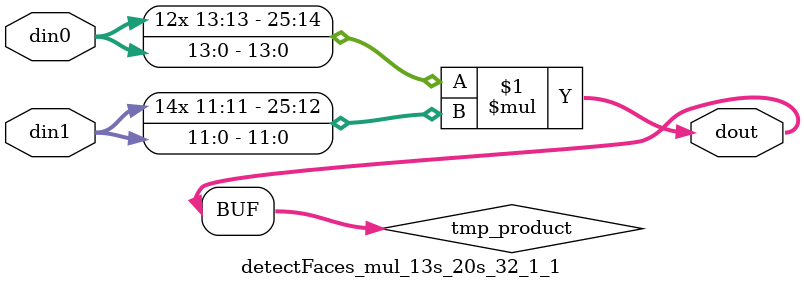
<source format=v>

`timescale 1 ns / 1 ps

 module detectFaces_mul_13s_20s_32_1_1(din0, din1, dout);
parameter ID = 1;
parameter NUM_STAGE = 0;
parameter din0_WIDTH = 14;
parameter din1_WIDTH = 12;
parameter dout_WIDTH = 26;

input [din0_WIDTH - 1 : 0] din0; 
input [din1_WIDTH - 1 : 0] din1; 
output [dout_WIDTH - 1 : 0] dout;

wire signed [dout_WIDTH - 1 : 0] tmp_product;



























assign tmp_product = $signed(din0) * $signed(din1);








assign dout = tmp_product;





















endmodule

</source>
